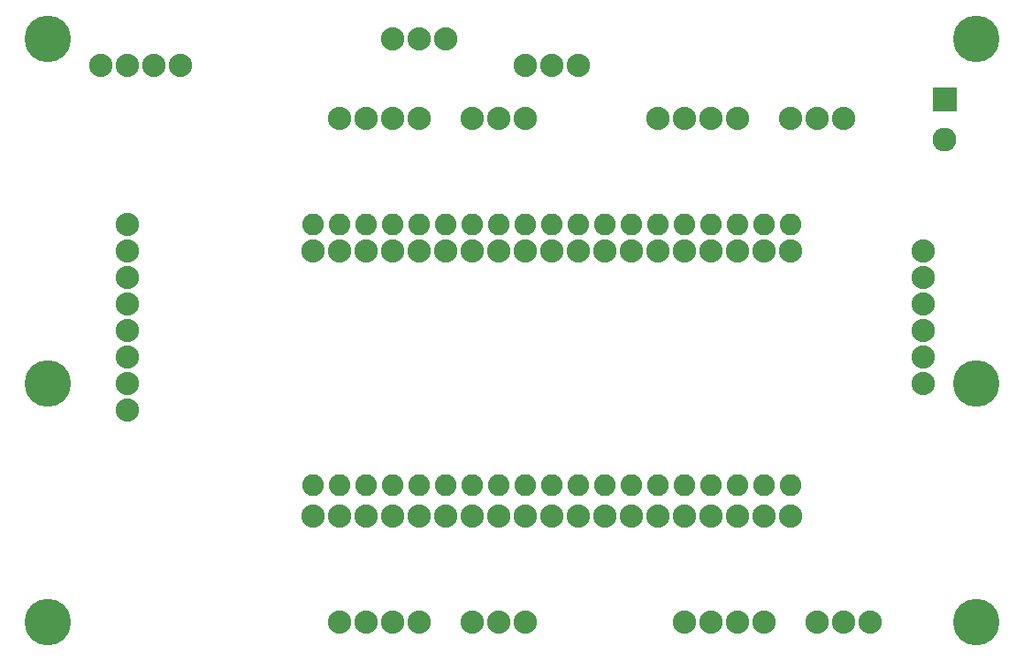
<source format=gbs>
G04 MADE WITH FRITZING*
G04 WWW.FRITZING.ORG*
G04 DOUBLE SIDED*
G04 HOLES PLATED*
G04 CONTOUR ON CENTER OF CONTOUR VECTOR*
%ASAXBY*%
%FSLAX23Y23*%
%MOIN*%
%OFA0B0*%
%SFA1.0B1.0*%
%ADD10C,0.081824*%
%ADD11C,0.090000*%
%ADD12C,0.088000*%
%ADD13C,0.175354*%
%ADD14R,0.001000X0.001000*%
%LNMASK0*%
G90*
G70*
G54D10*
X1129Y876D03*
X1229Y876D03*
X1328Y876D03*
X1429Y876D03*
X1528Y876D03*
X1628Y876D03*
X1729Y876D03*
X1828Y876D03*
X1928Y876D03*
X2028Y876D03*
X2128Y876D03*
X2228Y876D03*
X2328Y876D03*
X2428Y876D03*
X2528Y876D03*
X2628Y876D03*
X2727Y876D03*
X2828Y876D03*
X2928Y876D03*
X2928Y1861D03*
X2828Y1861D03*
X2727Y1861D03*
X2628Y1861D03*
X2528Y1861D03*
X2428Y1861D03*
X2328Y1861D03*
X2228Y1861D03*
X2128Y1861D03*
X2028Y1861D03*
X1928Y1861D03*
X1828Y1861D03*
X1729Y1861D03*
X1628Y1861D03*
X1528Y1861D03*
X1429Y1861D03*
X1328Y1861D03*
X1229Y1861D03*
X1129Y1861D03*
G54D11*
X3508Y2333D03*
X3508Y2181D03*
G54D12*
X2128Y2461D03*
X2028Y2461D03*
X1928Y2461D03*
X1628Y2561D03*
X1528Y2561D03*
X1428Y2561D03*
X3128Y2261D03*
X3028Y2261D03*
X2928Y2261D03*
X1928Y361D03*
X1828Y361D03*
X1728Y361D03*
X1928Y2261D03*
X1828Y2261D03*
X1728Y2261D03*
X628Y2461D03*
X528Y2461D03*
X428Y2461D03*
X328Y2461D03*
X3228Y361D03*
X3128Y361D03*
X3028Y361D03*
X428Y1861D03*
X428Y1761D03*
X428Y1661D03*
X428Y1561D03*
X428Y1461D03*
X428Y1361D03*
X428Y1261D03*
X428Y1161D03*
X2928Y1761D03*
X2828Y1761D03*
X2728Y1761D03*
X2628Y1761D03*
X2528Y1761D03*
X2428Y1761D03*
X2328Y1761D03*
X2228Y1761D03*
X2128Y1761D03*
X2028Y1761D03*
X1928Y1761D03*
X1828Y1761D03*
X1728Y1761D03*
X1628Y1761D03*
X1528Y1761D03*
X1428Y1761D03*
X1328Y1761D03*
X1228Y1761D03*
X1128Y1761D03*
X1528Y2261D03*
X1428Y2261D03*
X1328Y2261D03*
X1228Y2261D03*
X2928Y761D03*
X2828Y761D03*
X2728Y761D03*
X2628Y761D03*
X2528Y761D03*
X2428Y761D03*
X2328Y761D03*
X2228Y761D03*
X2128Y761D03*
X2028Y761D03*
X1928Y761D03*
X1828Y761D03*
X1728Y761D03*
X1628Y761D03*
X1528Y761D03*
X1428Y761D03*
X1328Y761D03*
X1228Y761D03*
X1128Y761D03*
X1528Y361D03*
X1428Y361D03*
X1328Y361D03*
X1228Y361D03*
X2828Y361D03*
X2728Y361D03*
X2628Y361D03*
X2528Y361D03*
X2728Y2261D03*
X2628Y2261D03*
X2528Y2261D03*
X2428Y2261D03*
X3428Y1761D03*
X3428Y1661D03*
X3428Y1561D03*
X3428Y1461D03*
X3428Y1361D03*
X3428Y1261D03*
G54D13*
X3628Y361D03*
X3628Y2561D03*
X3628Y1261D03*
X128Y2561D03*
X128Y1261D03*
X128Y361D03*
G54D14*
X3464Y2378D02*
X3552Y2378D01*
X3464Y2377D02*
X3553Y2377D01*
X3464Y2376D02*
X3553Y2376D01*
X3464Y2375D02*
X3553Y2375D01*
X3464Y2374D02*
X3553Y2374D01*
X3464Y2373D02*
X3553Y2373D01*
X3464Y2372D02*
X3553Y2372D01*
X3464Y2371D02*
X3553Y2371D01*
X3464Y2370D02*
X3553Y2370D01*
X3464Y2369D02*
X3553Y2369D01*
X3464Y2368D02*
X3553Y2368D01*
X3464Y2367D02*
X3553Y2367D01*
X3464Y2366D02*
X3553Y2366D01*
X3464Y2365D02*
X3553Y2365D01*
X3464Y2364D02*
X3553Y2364D01*
X3464Y2363D02*
X3553Y2363D01*
X3464Y2362D02*
X3553Y2362D01*
X3464Y2361D02*
X3553Y2361D01*
X3464Y2360D02*
X3553Y2360D01*
X3464Y2359D02*
X3553Y2359D01*
X3464Y2358D02*
X3553Y2358D01*
X3464Y2357D02*
X3553Y2357D01*
X3464Y2356D02*
X3553Y2356D01*
X3464Y2355D02*
X3553Y2355D01*
X3464Y2354D02*
X3553Y2354D01*
X3464Y2353D02*
X3553Y2353D01*
X3464Y2352D02*
X3553Y2352D01*
X3464Y2351D02*
X3501Y2351D01*
X3515Y2351D02*
X3553Y2351D01*
X3464Y2350D02*
X3499Y2350D01*
X3517Y2350D02*
X3553Y2350D01*
X3464Y2349D02*
X3497Y2349D01*
X3519Y2349D02*
X3553Y2349D01*
X3464Y2348D02*
X3496Y2348D01*
X3520Y2348D02*
X3553Y2348D01*
X3464Y2347D02*
X3495Y2347D01*
X3521Y2347D02*
X3553Y2347D01*
X3464Y2346D02*
X3494Y2346D01*
X3522Y2346D02*
X3553Y2346D01*
X3464Y2345D02*
X3493Y2345D01*
X3523Y2345D02*
X3553Y2345D01*
X3464Y2344D02*
X3492Y2344D01*
X3524Y2344D02*
X3553Y2344D01*
X3464Y2343D02*
X3492Y2343D01*
X3524Y2343D02*
X3553Y2343D01*
X3464Y2342D02*
X3491Y2342D01*
X3525Y2342D02*
X3553Y2342D01*
X3464Y2341D02*
X3490Y2341D01*
X3526Y2341D02*
X3553Y2341D01*
X3464Y2340D02*
X3490Y2340D01*
X3526Y2340D02*
X3553Y2340D01*
X3464Y2339D02*
X3490Y2339D01*
X3526Y2339D02*
X3553Y2339D01*
X3464Y2338D02*
X3489Y2338D01*
X3527Y2338D02*
X3553Y2338D01*
X3464Y2337D02*
X3489Y2337D01*
X3527Y2337D02*
X3553Y2337D01*
X3464Y2336D02*
X3489Y2336D01*
X3527Y2336D02*
X3553Y2336D01*
X3464Y2335D02*
X3489Y2335D01*
X3527Y2335D02*
X3553Y2335D01*
X3464Y2334D02*
X3489Y2334D01*
X3527Y2334D02*
X3553Y2334D01*
X3464Y2333D02*
X3489Y2333D01*
X3527Y2333D02*
X3553Y2333D01*
X3464Y2332D02*
X3489Y2332D01*
X3527Y2332D02*
X3553Y2332D01*
X3464Y2331D02*
X3489Y2331D01*
X3527Y2331D02*
X3553Y2331D01*
X3464Y2330D02*
X3489Y2330D01*
X3527Y2330D02*
X3553Y2330D01*
X3464Y2329D02*
X3489Y2329D01*
X3527Y2329D02*
X3553Y2329D01*
X3464Y2328D02*
X3490Y2328D01*
X3526Y2328D02*
X3553Y2328D01*
X3464Y2327D02*
X3490Y2327D01*
X3526Y2327D02*
X3553Y2327D01*
X3464Y2326D02*
X3490Y2326D01*
X3526Y2326D02*
X3553Y2326D01*
X3464Y2325D02*
X3491Y2325D01*
X3525Y2325D02*
X3553Y2325D01*
X3464Y2324D02*
X3491Y2324D01*
X3525Y2324D02*
X3553Y2324D01*
X3464Y2323D02*
X3492Y2323D01*
X3524Y2323D02*
X3553Y2323D01*
X3464Y2322D02*
X3493Y2322D01*
X3523Y2322D02*
X3553Y2322D01*
X3464Y2321D02*
X3494Y2321D01*
X3522Y2321D02*
X3553Y2321D01*
X3464Y2320D02*
X3495Y2320D01*
X3521Y2320D02*
X3553Y2320D01*
X3464Y2319D02*
X3496Y2319D01*
X3520Y2319D02*
X3553Y2319D01*
X3464Y2318D02*
X3497Y2318D01*
X3519Y2318D02*
X3553Y2318D01*
X3464Y2317D02*
X3499Y2317D01*
X3517Y2317D02*
X3553Y2317D01*
X3464Y2316D02*
X3501Y2316D01*
X3515Y2316D02*
X3553Y2316D01*
X3464Y2315D02*
X3505Y2315D01*
X3511Y2315D02*
X3553Y2315D01*
X3464Y2314D02*
X3553Y2314D01*
X3464Y2313D02*
X3553Y2313D01*
X3464Y2312D02*
X3553Y2312D01*
X3464Y2311D02*
X3553Y2311D01*
X3464Y2310D02*
X3553Y2310D01*
X3464Y2309D02*
X3553Y2309D01*
X3464Y2308D02*
X3553Y2308D01*
X3464Y2307D02*
X3553Y2307D01*
X3464Y2306D02*
X3553Y2306D01*
X3464Y2305D02*
X3553Y2305D01*
X3464Y2304D02*
X3553Y2304D01*
X3464Y2303D02*
X3553Y2303D01*
X3464Y2302D02*
X3553Y2302D01*
X3464Y2301D02*
X3553Y2301D01*
X3464Y2300D02*
X3553Y2300D01*
X3464Y2299D02*
X3553Y2299D01*
X3464Y2298D02*
X3553Y2298D01*
X3464Y2297D02*
X3553Y2297D01*
X3464Y2296D02*
X3553Y2296D01*
X3464Y2295D02*
X3553Y2295D01*
X3464Y2294D02*
X3553Y2294D01*
X3464Y2293D02*
X3553Y2293D01*
X3464Y2292D02*
X3553Y2292D01*
X3464Y2291D02*
X3553Y2291D01*
X3464Y2290D02*
X3553Y2290D01*
X3464Y2289D02*
X3553Y2289D01*
D02*
G04 End of Mask0*
M02*
</source>
